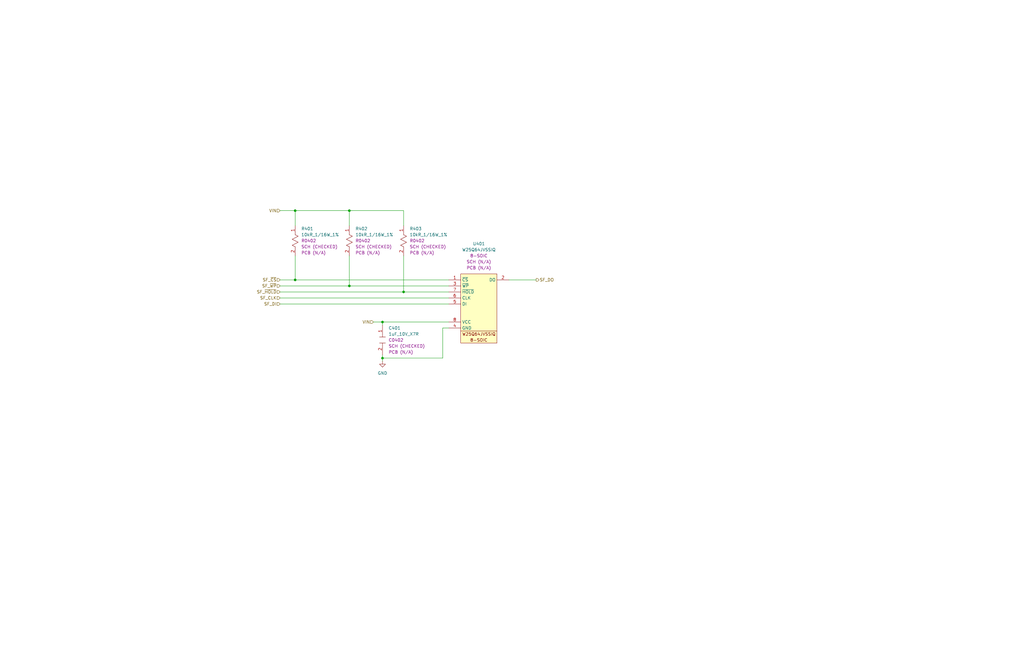
<source format=kicad_sch>
(kicad_sch (version 20230121) (generator eeschema)
  (paper "B")
  (title_block (title "_HW_EPaper") (rev "v1.0") (company "Mend0z0") (comment 1 "v1.0") (comment 2 "CHECKED"))
  (lib_symbols
    (symbol "_SCHLIB_Epaper:CAP_1uF_10V_X7R_C0402"
      (property "Reference" "C" (at 2.54 3.81 0))
      (property "Value" "1uF_10V_X7R" (at 2.54 6.35 0))
      (property "Package" "C0402" (at 2.54 21.59 0))
      (property "SCH CHECK" "SCH (CHECKED)" (at 2.54 24.13 0))
      (property "PCB CHECK" "PCB (N/A)" (at 2.54 26.67 0))
      (symbol "CAP_1uF_10V_X7R_C0402_0_1"
        (polyline (pts (xy 5.08 1.27) (xy 5.08 -1.27)))
        (polyline (pts (xy 7.62 1.27) (xy 7.62 -1.27)))
      )
      (symbol "CAP_1uF_10V_X7R_C0402_1_1"
        (pin passive line (at 0 0 0) (length 5.08) (name "") (number "1"))
        (pin passive line (at 12.7 0 180) (length 5.08) (name "") (number "2"))
      )
    )
    (symbol "_SCHLIB_Epaper:IC_MEMORY_W25Q64JVSSIQ_64Mbit_+2.7V~3.6V_8-SOIC"
      (property "Reference" "U" (at 2.54 3.81 0))
      (property "Value" "W25Q64JVSSIQ" (at 2.54 6.35 0))
      (property "Package" "8-SOIC" (at 2.54 21.59 0))
      (property "SCH CHECK" "SCH (N/A)" (at 2.54 24.13 0))
      (property "PCB CHECK" "PCB (N/A)" (at 2.54 26.67 0))
      (symbol "IC_MEMORY_W25Q64JVSSIQ_64Mbit_+2.7V~3.6V_8-SOIC_0_0"
        (text "8-SOIC" (at 12.7 -27.94 0) (effects (font (size 1.27 1.27))))
        (text "W25Q64JVSSIQ" (at 12.7 -25.4 0) (effects (font (size 1.27 1.27))))
      )
      (symbol "IC_MEMORY_W25Q64JVSSIQ_64Mbit_+2.7V~3.6V_8-SOIC_1_0"
        (polyline (pts (xy 5.08 -24.13) (xy 20.32 -24.13)))
        (rectangle (start 5.08 0) (end 20.32 -29.21) (fill (type background)))
      )
      (symbol "IC_MEMORY_W25Q64JVSSIQ_64Mbit_+2.7V~3.6V_8-SOIC_1_1"
        (pin passive line (at 0 -2.54 0) (length 5.08) (name "~{CS}") (number "1"))
        (pin passive line (at 25.4 -2.54 180) (length 5.08) (name "DO") (number "2"))
        (pin passive line (at 0 -5.08 0) (length 5.08) (name "~{WP}") (number "3"))
        (pin passive line (at 0 -22.86 0) (length 5.08) (name "GND") (number "4"))
        (pin passive line (at 0 -12.7 0) (length 5.08) (name "DI") (number "5"))
        (pin passive line (at 0 -10.16 0) (length 5.08) (name "CLK") (number "6"))
        (pin passive line (at 0 -7.62 0) (length 5.08) (name "~{HOLD}") (number "7"))
        (pin passive line (at 0 -20.32 0) (length 5.08) (name "VCC") (number "8"))
      )
    )
    (symbol "_SCHLIB_Epaper:RES_10kR_1/16W_1%_R0402"
      (property "Reference" "R" (at 2.54 3.81 0))
      (property "Value" "10kR_1/16W_1%" (at 2.54 6.35 0))
      (property "Package" "R0402" (at 2.54 21.59 0))
      (property "SCH CHECK" "SCH (CHECKED)" (at 2.54 24.13 0))
      (property "PCB CHECK" "PCB (N/A)" (at 2.54 26.67 0))
      (symbol "RES_10kR_1/16W_1%_R0402_0_1"
        (polyline (pts (xy 3.81 0) (xy 4.445 1.27) (xy 5.715 -1.27) (xy 6.985 1.27) (xy 8.255 -1.27) (xy 8.89 0)))
      )
      (symbol "RES_10kR_1/16W_1%_R0402_1_1"
        (pin passive line (at 0 0 0) (length 3.81) (name "") (number "1"))
        (pin passive line (at 12.7 0 180) (length 3.81) (name "") (number "2"))
      )
    )
    (symbol "power:GND" (power) (pin_names (offset 0))
      (property "Value" "GND" (at 0 -3.81 0))
      (symbol "GND_0_1"
        (polyline (pts (xy 0 0) (xy 0 -1.27) (xy 1.27 -1.27) (xy 0 -2.54) (xy -1.27 -1.27) (xy 0 -1.27)))
      )
      (symbol "GND_1_1"
        (pin power_in line (at 0 0 270) (length 0) hide (name "GND") (number "1"))
      )
    )
  )
  (junction (at 147.32 120.65))
  (junction (at 124.46 118.11))
  (junction (at 161.29 151.13))
  (junction (at 147.32 88.9))
  (junction (at 161.29 135.89))
  (junction (at 170.18 123.19))
  (junction (at 124.46 88.9))
  (wire (pts (xy 118.11 118.11) (xy 124.46 118.11)))
  (wire (pts (xy 157.48 135.89) (xy 161.29 135.89)))
  (wire (pts (xy 124.46 107.95) (xy 124.46 118.11)))
  (wire (pts (xy 124.46 88.9) (xy 124.46 95.25)))
  (wire (pts (xy 226.06 118.11) (xy 214.63 118.11)))
  (wire (pts (xy 161.29 135.89) (xy 161.29 137.16)))
  (wire (pts (xy 147.32 95.25) (xy 147.32 88.9)))
  (wire (pts (xy 124.46 118.11) (xy 189.23 118.11)))
  (wire (pts (xy 147.32 107.95) (xy 147.32 120.65)))
  (wire (pts (xy 189.23 138.43) (xy 186.69 138.43)))
  (wire (pts (xy 170.18 123.19) (xy 189.23 123.19)))
  (wire (pts (xy 170.18 107.95) (xy 170.18 123.19)))
  (wire (pts (xy 170.18 95.25) (xy 170.18 88.9)))
  (wire (pts (xy 161.29 151.13) (xy 161.29 152.4)))
  (wire (pts (xy 186.69 138.43) (xy 186.69 151.13)))
  (wire (pts (xy 147.32 120.65) (xy 189.23 120.65)))
  (wire (pts (xy 118.11 88.9) (xy 124.46 88.9)))
  (wire (pts (xy 147.32 88.9) (xy 124.46 88.9)))
  (wire (pts (xy 118.11 125.73) (xy 189.23 125.73)))
  (wire (pts (xy 118.11 123.19) (xy 170.18 123.19)))
  (wire (pts (xy 118.11 128.27) (xy 189.23 128.27)))
  (wire (pts (xy 161.29 151.13) (xy 161.29 149.86)))
  (wire (pts (xy 118.11 120.65) (xy 147.32 120.65)))
  (wire (pts (xy 186.69 151.13) (xy 161.29 151.13)))
  (wire (pts (xy 189.23 135.89) (xy 161.29 135.89)))
  (wire (pts (xy 170.18 88.9) (xy 147.32 88.9)))
  (hierarchical_label "SF_DI" (shape input) (at 118.11 128.27 180))
  (hierarchical_label "VIN" (shape input) (at 157.48 135.89 180))
  (hierarchical_label "VIN" (shape input) (at 118.11 88.9 180))
  (hierarchical_label "SF_~{CS}" (shape input) (at 118.11 118.11 180))
  (hierarchical_label "SF_DO" (shape output) (at 226.06 118.11 0))
  (hierarchical_label "SF_~{WP}" (shape input) (at 118.11 120.65 180))
  (hierarchical_label "SF_CLK" (shape input) (at 118.11 125.73 180))
  (hierarchical_label "SF_~{HOLD}" (shape input) (at 118.11 123.19 180))
  (symbol (lib_id "_SCHLIB_Epaper:RES_10kR_1/16W_1%_R0402") (at 147.32 95.25 270) (unit 1)
    (property "Reference" "R402" (at 149.86 96.52 90) (effects (justify left)))
    (property "Value" "10kR_1/16W_1%" (at 149.86 99.06 90) (effects (justify left)))
    (property "Footprint" "Resistor_SMD:R_0402_1005Metric" (effects hide))
    (property "Datasheet" "https://www.bourns.com/docs/product-datasheets/cr.pdf?sfvrsn=574d41f6_14" (effects hide))
    (property "Description" "10 kOhms ±1% 0.063W, 1/16W Chip Resistor 0402 (1005 Metric) Thick Film" (effects hide))
    (property "Part Number" "CR0402-FX-1002GLF" (effects hide))
    (property "Link" "https://www.digikey.ca/en/products/detail/bourns-inc/CR0402-FX-1002GLF/3593192" (effects hide))
    (property "Package" "R0402" (at 149.86 101.6 90) (effects (justify left)))
    (property "SCH CHECK" "SCH (CHECKED)" (at 149.86 104.14 90) (effects (justify left)))
    (property "PCB CHECK" "PCB (N/A)" (at 149.86 106.68 90) (effects (justify left)))
  )
  (symbol (lib_id "power:GND") (at 161.29 152.4 0) (unit 1)
    (property "Reference" "#PWR0401" (effects hide))
    (property "Value" "GND" (at 161.29 157.48 0))
  )
  (symbol (lib_id "_SCHLIB_Epaper:RES_10kR_1/16W_1%_R0402") (at 124.46 95.25 270) (unit 1)
    (property "Reference" "R401" (at 127 96.52 90) (effects (justify left)))
    (property "Value" "10kR_1/16W_1%" (at 127 99.06 90) (effects (justify left)))
    (property "Footprint" "Resistor_SMD:R_0402_1005Metric" (effects hide))
    (property "Datasheet" "https://www.bourns.com/docs/product-datasheets/cr.pdf?sfvrsn=574d41f6_14" (effects hide))
    (property "Description" "10 kOhms ±1% 0.063W, 1/16W Chip Resistor 0402 (1005 Metric) Thick Film" (effects hide))
    (property "Part Number" "CR0402-FX-1002GLF" (effects hide))
    (property "Link" "https://www.digikey.ca/en/products/detail/bourns-inc/CR0402-FX-1002GLF/3593192" (effects hide))
    (property "Package" "R0402" (at 127 101.6 90) (effects (justify left)))
    (property "SCH CHECK" "SCH (CHECKED)" (at 127 104.14 90) (effects (justify left)))
    (property "PCB CHECK" "PCB (N/A)" (at 127 106.68 90) (effects (justify left)))
  )
  (symbol (lib_id "_SCHLIB_Epaper:IC_MEMORY_W25Q64JVSSIQ_64Mbit_+2.7V~3.6V_8-SOIC") (at 189.23 115.57 0) (unit 1)
    (property "Reference" "U401" (at 201.93 102.87 0))
    (property "Value" "W25Q64JVSSIQ" (at 201.93 105.41 0))
    (property "Footprint" "Package_SO:SOIC-8_5.23x5.23mm_P1.27mm" (effects hide))
    (property "Datasheet" "https://www.winbond.com/resource-files/w25q64jv%20revj%2003272018%20plus.pdf" (effects hide))
    (property "Description" "FLASH - NOR Memory IC 64Mbit SPI - Quad I/O 133 MHz 8-SOIC" (effects hide))
    (property "Part Number" "W25Q64JVSSIQ" (effects hide))
    (property "Link" "https://www.digikey.ca/en/products/detail/winbond-electronics/W25Q64JVSSIQ/5803992" (effects hide))
    (property "Package" "8-SOIC" (at 201.93 107.95 0))
    (property "SCH CHECK" "SCH (N/A)" (at 201.93 110.49 0))
    (property "PCB CHECK" "PCB (N/A)" (at 201.93 113.03 0))
  )
  (symbol (lib_id "_SCHLIB_Epaper:CAP_1uF_10V_X7R_C0402") (at 161.29 137.16 270) (unit 1)
    (property "Reference" "C401" (at 163.83 138.43 90) (effects (justify left)))
    (property "Value" "1uF_10V_X7R" (at 163.83 140.97 90) (effects (justify left)))
    (property "Footprint" "Capacitor_SMD:C_0402_1005Metric" (effects hide))
    (property "Datasheet" "https://search.murata.co.jp/Ceramy/image/img/A01X/G101/ENG/GRM155Z71A105KE01-01.pdf" (effects hide))
    (property "Description" "1 µF ±10% 10V Ceramic Capacitor X7R 0402 (1005 Metric)" (effects hide))
    (property "Part Number" "GRM155Z71A105KE01D" (effects hide))
    (property "Link" "https://www.digikey.ca/en/products/detail/murata-electronics/GRM155Z71A105KE01D/13905035" (effects hide))
    (property "Package" "C0402" (at 163.83 143.51 90) (effects (justify left)))
    (property "SCH CHECK" "SCH (CHECKED)" (at 163.83 146.05 90) (effects (justify left)))
    (property "PCB CHECK" "PCB (N/A)" (at 163.83 148.59 90) (effects (justify left)))
  )
  (symbol (lib_id "_SCHLIB_Epaper:RES_10kR_1/16W_1%_R0402") (at 170.18 95.25 270) (unit 1)
    (property "Reference" "R403" (at 172.72 96.52 90) (effects (justify left)))
    (property "Value" "10kR_1/16W_1%" (at 172.72 99.06 90) (effects (justify left)))
    (property "Footprint" "Resistor_SMD:R_0402_1005Metric" (effects hide))
    (property "Datasheet" "https://www.bourns.com/docs/product-datasheets/cr.pdf?sfvrsn=574d41f6_14" (effects hide))
    (property "Description" "10 kOhms ±1% 0.063W, 1/16W Chip Resistor 0402 (1005 Metric) Thick Film" (effects hide))
    (property "Part Number" "CR0402-FX-1002GLF" (effects hide))
    (property "Link" "https://www.digikey.ca/en/products/detail/bourns-inc/CR0402-FX-1002GLF/3593192" (effects hide))
    (property "Package" "R0402" (at 172.72 101.6 90) (effects (justify left)))
    (property "SCH CHECK" "SCH (CHECKED)" (at 172.72 104.14 90) (effects (justify left)))
    (property "PCB CHECK" "PCB (N/A)" (at 172.72 106.68 90) (effects (justify left)))
  )
)
</source>
